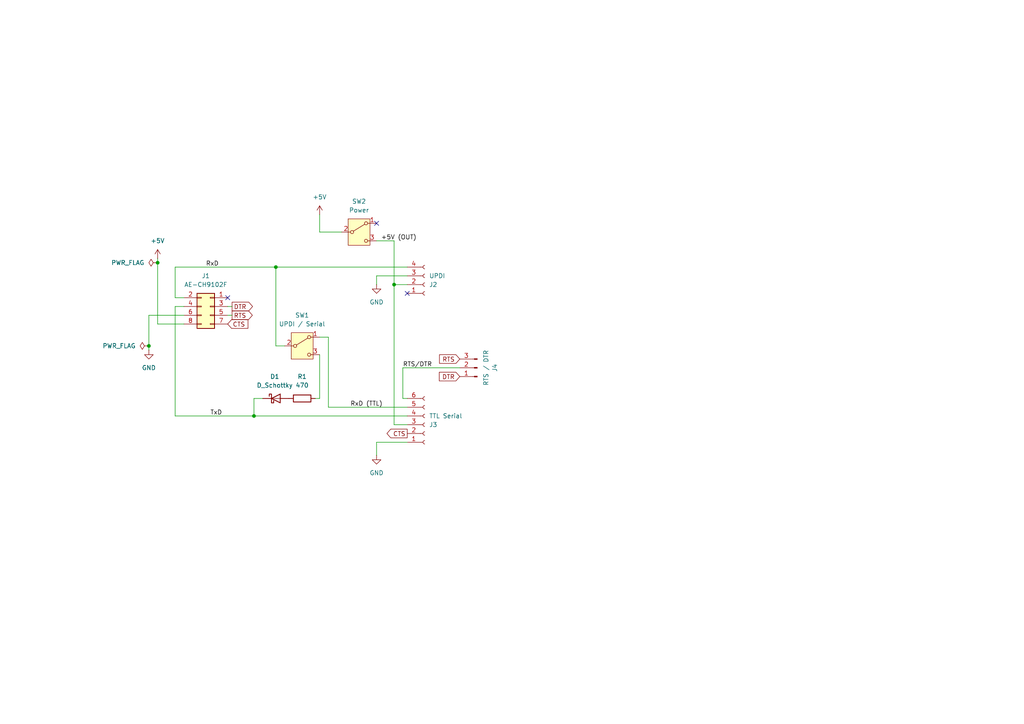
<source format=kicad_sch>
(kicad_sch (version 20250114) (generator "eeschema") (generator_version "9.0")
  (paper "A4")
  (title_block (title "UPDI Adaptor for AE-CH9102F") (date "2025-09-22") (rev "1") (company "K.Takata"))
  (lib_symbols
    (symbol "Connector:Conn_01x03_Pin" (pin_names (offset 1.016) (hide yes))
      (property "Reference" "J" (at 0 5.08 0))
      (property "Value" "Conn_01x03_Pin" (at 0 -5.08 0))
      (symbol "Conn_01x03_Pin_1_1"
        (rectangle (start 0.8636 2.667) (end 0 2.413) (stroke (width 0.1524)) (fill (type outline)))
        (rectangle (start 0.8636 0.127) (end 0 -0.127) (stroke (width 0.1524)) (fill (type outline)))
        (rectangle (start 0.8636 -2.413) (end 0 -2.667) (stroke (width 0.1524)) (fill (type outline)))
        (polyline (pts (xy 1.27 2.54) (xy 0.8636 2.54)) (stroke (width 0.1524)))
        (polyline (pts (xy 1.27 0) (xy 0.8636 0)) (stroke (width 0.1524)))
        (polyline (pts (xy 1.27 -2.54) (xy 0.8636 -2.54)) (stroke (width 0.1524)))
        (pin passive line (at 5.08 2.54 180) (length 3.81) (name "Pin_1") (number "1"))
        (pin passive line (at 5.08 0 180) (length 3.81) (name "Pin_2") (number "2"))
        (pin passive line (at 5.08 -2.54 180) (length 3.81) (name "Pin_3") (number "3"))
      )
    )
    (symbol "Connector:Conn_01x04_Socket" (pin_names (offset 1.016) (hide yes))
      (property "Reference" "J" (at 0 5.08 0))
      (property "Value" "Conn_01x04_Socket" (at 0 -7.62 0))
      (symbol "Conn_01x04_Socket_1_1"
        (polyline (pts (xy -1.27 2.54) (xy -0.508 2.54)) (stroke (width 0.1524)))
        (polyline (pts (xy -1.27 0) (xy -0.508 0)) (stroke (width 0.1524)))
        (polyline (pts (xy -1.27 -2.54) (xy -0.508 -2.54)) (stroke (width 0.1524)))
        (polyline (pts (xy -1.27 -5.08) (xy -0.508 -5.08)) (stroke (width 0.1524)))
        (arc (start 0 2.032) (mid -0.5058 2.54) (end 0 3.048) (stroke (width 0.1524)))
        (arc (start 0 -0.508) (mid -0.5058 0) (end 0 0.508) (stroke (width 0.1524)))
        (arc (start 0 -3.048) (mid -0.5058 -2.54) (end 0 -2.032) (stroke (width 0.1524)))
        (arc (start 0 -5.588) (mid -0.5058 -5.08) (end 0 -4.572) (stroke (width 0.1524)))
        (pin passive line (at -5.08 2.54 0) (length 3.81) (name "Pin_1") (number "1"))
        (pin passive line (at -5.08 0 0) (length 3.81) (name "Pin_2") (number "2"))
        (pin passive line (at -5.08 -2.54 0) (length 3.81) (name "Pin_3") (number "3"))
        (pin passive line (at -5.08 -5.08 0) (length 3.81) (name "Pin_4") (number "4"))
      )
    )
    (symbol "Connector:Conn_01x06_Socket" (pin_names (offset 1.016) (hide yes))
      (property "Reference" "J" (at 0 7.62 0))
      (property "Value" "Conn_01x06_Socket" (at 0 -10.16 0))
      (symbol "Conn_01x06_Socket_1_1"
        (polyline (pts (xy -1.27 5.08) (xy -0.508 5.08)) (stroke (width 0.1524)))
        (polyline (pts (xy -1.27 2.54) (xy -0.508 2.54)) (stroke (width 0.1524)))
        (polyline (pts (xy -1.27 0) (xy -0.508 0)) (stroke (width 0.1524)))
        (polyline (pts (xy -1.27 -2.54) (xy -0.508 -2.54)) (stroke (width 0.1524)))
        (polyline (pts (xy -1.27 -5.08) (xy -0.508 -5.08)) (stroke (width 0.1524)))
        (polyline (pts (xy -1.27 -7.62) (xy -0.508 -7.62)) (stroke (width 0.1524)))
        (arc (start 0 4.572) (mid -0.5058 5.08) (end 0 5.588) (stroke (width 0.1524)))
        (arc (start 0 2.032) (mid -0.5058 2.54) (end 0 3.048) (stroke (width 0.1524)))
        (arc (start 0 -0.508) (mid -0.5058 0) (end 0 0.508) (stroke (width 0.1524)))
        (arc (start 0 -3.048) (mid -0.5058 -2.54) (end 0 -2.032) (stroke (width 0.1524)))
        (arc (start 0 -5.588) (mid -0.5058 -5.08) (end 0 -4.572) (stroke (width 0.1524)))
        (arc (start 0 -8.128) (mid -0.5058 -7.62) (end 0 -7.112) (stroke (width 0.1524)))
        (pin passive line (at -5.08 5.08 0) (length 3.81) (name "Pin_1") (number "1"))
        (pin passive line (at -5.08 2.54 0) (length 3.81) (name "Pin_2") (number "2"))
        (pin passive line (at -5.08 0 0) (length 3.81) (name "Pin_3") (number "3"))
        (pin passive line (at -5.08 -2.54 0) (length 3.81) (name "Pin_4") (number "4"))
        (pin passive line (at -5.08 -5.08 0) (length 3.81) (name "Pin_5") (number "5"))
        (pin passive line (at -5.08 -7.62 0) (length 3.81) (name "Pin_6") (number "6"))
      )
    )
    (symbol "Connector_Generic:Conn_02x04_Odd_Even" (pin_names (offset 1.016) (hide yes))
      (property "Reference" "J" (at 1.27 5.08 0))
      (property "Value" "Conn_02x04_Odd_Even" (at 1.27 -7.62 0))
      (symbol "Conn_02x04_Odd_Even_1_1"
        (rectangle (start -1.27 3.81) (end 3.81 -6.35) (stroke (width 0.254)) (fill (type background)))
        (rectangle (start -1.27 2.667) (end 0 2.413) (stroke (width 0.1524)))
        (rectangle (start -1.27 0.127) (end 0 -0.127) (stroke (width 0.1524)))
        (rectangle (start -1.27 -2.413) (end 0 -2.667) (stroke (width 0.1524)))
        (rectangle (start -1.27 -4.953) (end 0 -5.207) (stroke (width 0.1524)))
        (rectangle (start 3.81 2.667) (end 2.54 2.413) (stroke (width 0.1524)))
        (rectangle (start 3.81 0.127) (end 2.54 -0.127) (stroke (width 0.1524)))
        (rectangle (start 3.81 -2.413) (end 2.54 -2.667) (stroke (width 0.1524)))
        (rectangle (start 3.81 -4.953) (end 2.54 -5.207) (stroke (width 0.1524)))
        (pin passive line (at -5.08 2.54 0) (length 3.81) (name "Pin_1") (number "1"))
        (pin passive line (at -5.08 0 0) (length 3.81) (name "Pin_3") (number "3"))
        (pin passive line (at -5.08 -2.54 0) (length 3.81) (name "Pin_5") (number "5"))
        (pin passive line (at -5.08 -5.08 0) (length 3.81) (name "Pin_7") (number "7"))
        (pin passive line (at 7.62 2.54 180) (length 3.81) (name "Pin_2") (number "2"))
        (pin passive line (at 7.62 0 180) (length 3.81) (name "Pin_4") (number "4"))
        (pin passive line (at 7.62 -2.54 180) (length 3.81) (name "Pin_6") (number "6"))
        (pin passive line (at 7.62 -5.08 180) (length 3.81) (name "Pin_8") (number "8"))
      )
    )
    (symbol "Device:D_Schottky" (pin_numbers (hide yes)) (pin_names (offset 1.016) (hide yes))
      (property "Reference" "D" (at 0 2.54 0))
      (property "Value" "D_Schottky" (at 0 -2.54 0))
      (symbol "D_Schottky_0_1"
        (polyline (pts (xy -1.905 0.635) (xy -1.905 1.27) (xy -1.27 1.27) (xy -1.27 -1.27) (xy -0.635 -1.27) (xy -0.635 -0.635)) (stroke (width 0.254)))
        (polyline (pts (xy 1.27 1.27) (xy 1.27 -1.27) (xy -1.27 0) (xy 1.27 1.27)) (stroke (width 0.254)))
        (polyline (pts (xy 1.27 0) (xy -1.27 0)))
      )
      (symbol "D_Schottky_1_1"
        (pin passive line (at -3.81 0 0) (length 2.54) (name "K") (number "1"))
        (pin passive line (at 3.81 0 180) (length 2.54) (name "A") (number "2"))
      )
    )
    (symbol "Device:R" (pin_numbers (hide yes)) (pin_names (offset 0))
      (property "Reference" "R" (at 2.032 0 90))
      (property "Value" "R" (at 0 0 90))
      (symbol "R_0_1"
        (rectangle (start -1.016 -2.54) (end 1.016 2.54) (stroke (width 0.254)))
      )
      (symbol "R_1_1"
        (pin passive line (at 0 3.81 270) (length 1.27) (name "~") (number "1"))
        (pin passive line (at 0 -3.81 90) (length 1.27) (name "~") (number "2"))
      )
    )
    (symbol "Switch:SW_SPDT" (pin_names (offset 0) (hide yes))
      (property "Reference" "SW" (at 0 5.08 0))
      (property "Value" "SW_SPDT" (at 0 -5.08 0))
      (symbol "SW_SPDT_0_1"
        (circle (center -2.032 0) (radius 0.4572))
        (polyline (pts (xy -1.651 0.254) (xy 1.651 2.286)))
        (circle (center 2.032 2.54) (radius 0.4572))
        (circle (center 2.032 -2.54) (radius 0.4572))
      )
      (symbol "SW_SPDT_1_1"
        (rectangle (start -3.175 3.81) (end 3.175 -3.81) (fill (type background)))
        (pin passive line (at -5.08 0 0) (length 2.54) (name "B") (number "2"))
        (pin passive line (at 5.08 2.54 180) (length 2.54) (name "A") (number "1"))
        (pin passive line (at 5.08 -2.54 180) (length 2.54) (name "C") (number "3"))
      )
    )
    (symbol "power:+5V" (power) (pin_numbers (hide yes)) (pin_names (offset 0) (hide yes))
      (property "Value" "+5V" (at 0 3.556 0))
      (symbol "+5V_0_1"
        (polyline (pts (xy -0.762 1.27) (xy 0 2.54)))
        (polyline (pts (xy 0 2.54) (xy 0.762 1.27)))
        (polyline (pts (xy 0 0) (xy 0 2.54)))
      )
      (symbol "+5V_1_1"
        (pin power_in line (at 0 0 90) (length 0) (name "~") (number "1"))
      )
    )
    (symbol "power:GND" (power) (pin_numbers (hide yes)) (pin_names (offset 0) (hide yes))
      (property "Value" "GND" (at 0 -3.81 0))
      (symbol "GND_0_1"
        (polyline (pts (xy 0 0) (xy 0 -1.27) (xy 1.27 -1.27) (xy 0 -2.54) (xy -1.27 -1.27) (xy 0 -1.27)))
      )
      (symbol "GND_1_1"
        (pin power_in line (at 0 0 270) (length 0) (name "~") (number "1"))
      )
    )
    (symbol "power:PWR_FLAG" (power) (pin_numbers (hide yes)) (pin_names (offset 0) (hide yes))
      (property "Value" "PWR_FLAG" (at 0 3.81 0))
      (symbol "PWR_FLAG_0_0"
        (pin power_out line (at 0 0 90) (length 0) (name "~") (number "1"))
      )
      (symbol "PWR_FLAG_0_1"
        (polyline (pts (xy 0 0) (xy 0 1.27) (xy -1.016 1.905) (xy 0 2.54) (xy 1.016 1.905) (xy 0 1.27)))
      )
    )
  )
  (junction (at 114.3 82.55))
  (junction (at 45.72 76.2))
  (junction (at 43.18 100.33))
  (junction (at 80.01 77.47))
  (junction (at 73.66 120.65))
  (no_connect (at 118.11 85.09))
  (no_connect (at 66.04 86.36))
  (no_connect (at 109.22 64.77))
  (wire (pts (xy 80.01 77.47) (xy 118.11 77.47)))
  (wire (pts (xy 114.3 82.55) (xy 118.11 82.55)))
  (wire (pts (xy 92.71 62.23) (xy 92.71 67.31)))
  (wire (pts (xy 118.11 123.19) (xy 114.3 123.19)))
  (wire (pts (xy 53.34 88.9) (xy 50.8 88.9)))
  (wire (pts (xy 73.66 120.65) (xy 118.11 120.65)))
  (wire (pts (xy 43.18 91.44) (xy 43.18 100.33)))
  (wire (pts (xy 73.66 120.65) (xy 73.66 115.57)))
  (wire (pts (xy 92.71 115.57) (xy 92.71 102.87)))
  (wire (pts (xy 45.72 74.93) (xy 45.72 76.2)))
  (wire (pts (xy 45.72 93.98) (xy 45.72 76.2)))
  (wire (pts (xy 116.84 106.68) (xy 116.84 115.57)))
  (wire (pts (xy 43.18 100.33) (xy 43.18 101.6)))
  (wire (pts (xy 92.71 67.31) (xy 99.06 67.31)))
  (wire (pts (xy 109.22 128.27) (xy 118.11 128.27)))
  (wire (pts (xy 67.31 91.44) (xy 66.04 91.44)))
  (wire (pts (xy 92.71 115.57) (xy 91.44 115.57)))
  (wire (pts (xy 114.3 123.19) (xy 114.3 82.55)))
  (wire (pts (xy 95.25 97.79) (xy 92.71 97.79)))
  (wire (pts (xy 109.22 80.01) (xy 109.22 82.55)))
  (wire (pts (xy 118.11 80.01) (xy 109.22 80.01)))
  (wire (pts (xy 73.66 115.57) (xy 76.2 115.57)))
  (wire (pts (xy 50.8 86.36) (xy 50.8 77.47)))
  (wire (pts (xy 82.55 100.33) (xy 80.01 100.33)))
  (wire (pts (xy 114.3 69.85) (xy 114.3 82.55)))
  (wire (pts (xy 53.34 91.44) (xy 43.18 91.44)))
  (wire (pts (xy 53.34 86.36) (xy 50.8 86.36)))
  (wire (pts (xy 80.01 77.47) (xy 80.01 100.33)))
  (wire (pts (xy 53.34 93.98) (xy 45.72 93.98)))
  (wire (pts (xy 109.22 132.08) (xy 109.22 128.27)))
  (wire (pts (xy 95.25 118.11) (xy 95.25 97.79)))
  (wire (pts (xy 67.31 88.9) (xy 66.04 88.9)))
  (wire (pts (xy 50.8 77.47) (xy 80.01 77.47)))
  (wire (pts (xy 118.11 118.11) (xy 95.25 118.11)))
  (wire (pts (xy 50.8 88.9) (xy 50.8 120.65)))
  (wire (pts (xy 109.22 69.85) (xy 114.3 69.85)))
  (wire (pts (xy 50.8 120.65) (xy 73.66 120.65)))
  (wire (pts (xy 116.84 115.57) (xy 118.11 115.57)))
  (wire (pts (xy 133.35 106.68) (xy 116.84 106.68)))
  (label "RxD" (at 59.69 77.47 0))
  (label "TxD" (at 60.96 120.65 0))
  (label "+5V (OUT)" (at 110.49 69.85 0))
  (label "RTS{slash}DTR" (at 116.84 106.68 0))
  (label "RxD (TTL)" (at 101.6 118.11 0))
  (global_label "DTR" (shape output) (at 67.31 88.9 0) (property "Intersheetrefs" "${INTERSHEET_REFS}" (effects (hide yes))))
  (global_label "DTR" (shape input) (at 133.35 109.22 180) (property "Intersheetrefs" "${INTERSHEET_REFS}" (effects (hide yes))))
  (global_label "CTS" (shape input) (at 66.04 93.98 0) (property "Intersheetrefs" "${INTERSHEET_REFS}" (effects (hide yes))))
  (global_label "RTS" (shape output) (at 67.31 91.44 0) (property "Intersheetrefs" "${INTERSHEET_REFS}" (effects (hide yes))))
  (global_label "RTS" (shape input) (at 133.35 104.14 180) (property "Intersheetrefs" "${INTERSHEET_REFS}" (effects (hide yes))))
  (global_label "CTS" (shape output) (at 118.11 125.73 180) (property "Intersheetrefs" "${INTERSHEET_REFS}" (effects (hide yes))))
  (symbol (lib_id "power:GND") (at 109.22 132.08 0) (unit 1)
    (property "Reference" "#PWR05" (effects (hide yes)))
    (property "Value" "GND" (at 109.22 137.16 0))
    (property "Description" "Power symbol creates a global label with name \"GND\" , ground" (effects (hide yes)))
  )
  (symbol (lib_id "Connector:Conn_01x03_Pin") (at 138.43 106.68 180) (unit 1)
    (property "Reference" "J4" (at 143.51 106.68 90))
    (property "Value" "RTS / DTR" (at 140.97 106.68 90))
    (property "Footprint" "Connector_PinHeader_2.54mm:PinHeader_1x03_P2.54mm_Vertical" (effects (hide yes)))
    (property "Description" "Generic connector, single row, 01x03, script generated" (effects (hide yes)))
  )
  (symbol (lib_id "power:+5V") (at 45.72 74.93 0) (unit 1)
    (property "Reference" "#PWR02" (effects (hide yes)))
    (property "Value" "+5V" (at 45.72 69.85 0))
    (property "Description" "Power symbol creates a global label with name \"+5V\"" (effects (hide yes)))
  )
  (symbol (lib_id "power:PWR_FLAG") (at 43.18 100.33 90) (unit 1)
    (property "Reference" "#FLG02" (effects (hide yes)))
    (property "Value" "PWR_FLAG" (at 39.37 100.3299 90) (effects (justify left)))
    (property "Description" "Special symbol for telling ERC where power comes from" (effects (hide yes)))
  )
  (symbol (lib_id "Switch:SW_SPDT") (at 87.63 100.33 0) (unit 1)
    (property "Reference" "SW1" (at 87.63 91.44 0))
    (property "Value" "UPDI / Serial" (at 87.63 93.98 0))
    (property "Footprint" "Connector_PinHeader_2.54mm:PinHeader_1x03_P2.54mm_Vertical" (effects (hide yes)))
    (property "Description" "Switch, single pole double throw" (effects (hide yes)))
  )
  (symbol (lib_id "power:+5V") (at 92.71 62.23 0) (unit 1)
    (property "Reference" "#PWR04" (effects (hide yes)))
    (property "Value" "+5V" (at 92.71 57.15 0))
    (property "Description" "Power symbol creates a global label with name \"+5V\"" (effects (hide yes)))
  )
  (symbol (lib_id "Device:D_Schottky") (at 80.01 115.57 0) (unit 1)
    (property "Reference" "D1" (at 79.6925 109.22 0))
    (property "Value" "D_Schottky" (at 79.6925 111.76 0))
    (property "Footprint" "Diode_THT:D_A-405_P2.54mm_Vertical_KathodeUp" (effects (hide yes)))
    (property "Description" "Schottky diode" (effects (hide yes)))
  )
  (symbol (lib_id "power:PWR_FLAG") (at 45.72 76.2 90) (unit 1)
    (property "Reference" "#FLG01" (effects (hide yes)))
    (property "Value" "PWR_FLAG" (at 41.91 76.1999 90) (effects (justify left)))
    (property "Description" "Special symbol for telling ERC where power comes from" (effects (hide yes)))
  )
  (symbol (lib_id "Connector:Conn_01x04_Socket") (at 123.19 82.55 0) (mirror x) (unit 1)
    (property "Reference" "J2" (at 124.46 82.5501 0) (effects (justify left)))
    (property "Value" "UPDI" (at 124.46 80.0101 0) (effects (justify left)))
    (property "Footprint" "Connector_PinSocket_2.54mm:PinSocket_1x04_P2.54mm_Vertical" (effects (hide yes)))
    (property "Description" "Generic connector, single row, 01x04, script generated" (effects (hide yes)))
  )
  (symbol (lib_id "power:GND") (at 109.22 82.55 0) (unit 1)
    (property "Reference" "#PWR03" (effects (hide yes)))
    (property "Value" "GND" (at 109.22 87.63 0))
    (property "Description" "Power symbol creates a global label with name \"GND\" , ground" (effects (hide yes)))
  )
  (symbol (lib_id "Connector_Generic:Conn_02x04_Odd_Even") (at 60.96 88.9 0) (mirror y) (unit 1)
    (property "Reference" "J1" (at 59.69 80.01 0))
    (property "Value" "AE-CH9102F" (at 59.69 82.55 0))
    (property "Footprint" "Connector_PinSocket_2.54mm:PinSocket_2x04_P2.54mm_Horizontal" (effects (hide yes)))
    (property "Description" "Generic connector, double row, 02x04, odd/even pin numbering scheme (row 1 odd numbers, row 2 even numbers), script generated (kicad-library-utils/schlib/autogen/connector/)" (effects (hide yes)))
  )
  (symbol (lib_id "power:GND") (at 43.18 101.6 0) (unit 1)
    (property "Reference" "#PWR01" (effects (hide yes)))
    (property "Value" "GND" (at 43.18 106.68 0))
    (property "Description" "Power symbol creates a global label with name \"GND\" , ground" (effects (hide yes)))
  )
  (symbol (lib_id "Connector:Conn_01x06_Socket") (at 123.19 123.19 0) (mirror x) (unit 1)
    (property "Reference" "J3" (at 124.46 123.1901 0) (effects (justify left)))
    (property "Value" "TTL Serial" (at 124.46 120.6501 0) (effects (justify left)))
    (property "Footprint" "Connector_PinSocket_2.54mm:PinSocket_1x06_P2.54mm_Horizontal" (effects (hide yes)))
    (property "Description" "Generic connector, single row, 01x06, script generated" (effects (hide yes)))
  )
  (symbol (lib_id "Switch:SW_SPDT") (at 104.14 67.31 0) (unit 1)
    (property "Reference" "SW2" (at 104.14 58.42 0))
    (property "Value" "Power" (at 104.14 60.96 0))
    (property "Footprint" "Connector_PinHeader_2.54mm:PinHeader_1x03_P2.54mm_Vertical" (effects (hide yes)))
    (property "Description" "Switch, single pole double throw" (effects (hide yes)))
  )
  (symbol (lib_id "Device:R") (at 87.63 115.57 270) (mirror x) (unit 1)
    (property "Reference" "R1" (at 87.63 109.22 90))
    (property "Value" "470" (at 87.63 111.76 90))
    (property "Footprint" "Resistor_THT:R_Axial_DIN0204_L3.6mm_D1.6mm_P2.54mm_Vertical" (effects (hide yes)))
    (property "Description" "Resistor" (effects (hide yes)))
  )
)
</source>
